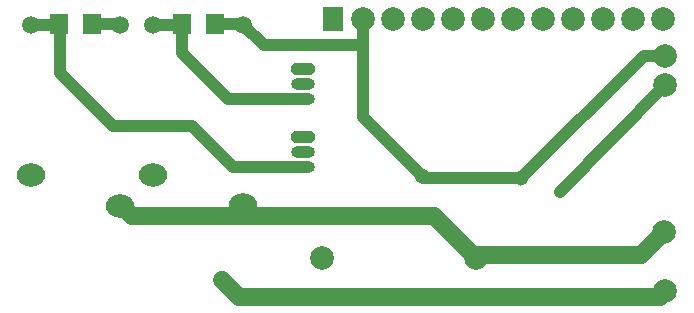
<source format=gbr>
G04 DipTrace 3.3.1.3*
G04 Bottom.gbr*
%MOMM*%
G04 #@! TF.FileFunction,Copper,L2,Bot*
G04 #@! TF.Part,Single*
%AMOUTLINE0*
4,1,20,
1.2,0.0,
1.14127,-0.30902,
0.97082,-0.58779,
0.70534,-0.80902,
0.37082,-0.95106,
0.0,-1.0,
-0.37082,-0.95106,
-0.70534,-0.80902,
-0.97082,-0.58779,
-1.14127,-0.30902,
-1.2,0.0,
-1.14127,0.30902,
-0.97082,0.58779,
-0.70534,0.80902,
-0.37082,0.95106,
0.0,1.0,
0.37082,0.95106,
0.70534,0.80902,
0.97082,0.58779,
1.14127,0.30902,
1.2,0.0,
0*%
%AMOUTLINE3*
4,1,8,
-0.75,0.5,
-1.0,0.25,
-1.0,-0.25,
-0.75,-0.5,
0.75,-0.5,
1.0,-0.25,
1.0,0.25,
0.75,0.5,
-0.75,0.5,
0*%
G04 #@! TA.AperFunction,ComponentPad*
%ADD14C,1.5*%
G04 #@! TA.AperFunction,Conductor*
%ADD17C,1.0*%
G04 #@! TA.AperFunction,ComponentPad*
%ADD18C,2.0*%
%ADD19C,2.0*%
%ADD20R,1.7X2.0*%
%ADD23O,2.0X1.0*%
%ADD24R,1.6X1.8*%
G04 #@! TA.AperFunction,ViaPad*
%ADD27C,1.3*%
%ADD28C,1.016*%
G04 #@! TA.AperFunction,ComponentPad*
%ADD59OUTLINE0*%
%ADD62OUTLINE3*%
%FSLAX35Y35*%
G04*
G71*
G90*
G75*
G01*
G04 Bottom*
%LPD*%
X1162627Y-3477027D2*
D14*
Y-3564252D1*
X222712D1*
X123220Y-3464760D1*
Y-3481190D1*
X1162627Y-3477027D2*
X1142002D1*
Y-3564252D1*
X2774686D1*
X3129780Y-3919347D1*
X3149577Y-3899550D1*
X4528430D1*
X4727267Y-3700713D1*
X4737267Y-2460713D2*
D17*
X3840533Y-3359607D1*
X2672540Y-3226673D2*
X2693423Y-3247557D1*
X3517590D1*
X2172897Y-1896997D2*
Y-2122173D1*
Y-2727030D1*
X2672540Y-3226673D1*
X3517590Y-3247557D2*
X4554433Y-2210713D1*
X4737267D1*
X1162627Y-1947027D2*
X1337773Y-2122173D1*
X2172897D1*
X1162627Y-1947027D2*
X1154820Y-1939220D1*
X921103D1*
X123220Y-1951190D2*
X109871Y-1937841D1*
X-115348D1*
X-395348D2*
X-408697Y-1951190D1*
X-636780D1*
X-395348Y-1937841D2*
X-391062Y-1942127D1*
Y-2353763D1*
X63242Y-2808067D1*
X728472D1*
X1073659Y-3153253D1*
X1669773D1*
X641103Y-1939220D2*
X633296Y-1947027D1*
X402627D1*
X641103Y-1939220D2*
Y-2185268D1*
X1029745Y-2573910D1*
X1669773D1*
X4737267Y-4200713D2*
D14*
X4688013Y-4249967D1*
X1125876D1*
X982106Y-4106196D1*
D27*
X2672540Y-3226673D3*
X3517590Y-3247557D3*
D28*
X3840533Y-3359607D3*
D18*
X3129780Y-3919347D3*
X1832913D3*
D19*
X4737267Y-2210713D3*
Y-2460713D3*
Y-4200713D3*
X4727267Y-3700713D3*
D59*
X402627Y-3217027D3*
X1162627Y-3477027D3*
D14*
Y-1947027D3*
X402627D3*
D59*
X-636780Y-3221190D3*
X123220Y-3481190D3*
D14*
Y-1951190D3*
X-636780D3*
D20*
X1918897Y-1896997D3*
D18*
X2172897D3*
X2426897D3*
X2680897D3*
X2934897D3*
X3188897D3*
X3442897D3*
X3696897D3*
X3950897D3*
X4204897D3*
X4458897D3*
X4712897D3*
D62*
X1669773Y-2319910D3*
D23*
Y-2446910D3*
Y-2573910D3*
D62*
Y-2899253D3*
D23*
Y-3026253D3*
Y-3153253D3*
D24*
X-115348Y-1937841D3*
X-395348D3*
X921103Y-1939220D3*
X641103D3*
D14*
X982106Y-4106196D3*
M02*

</source>
